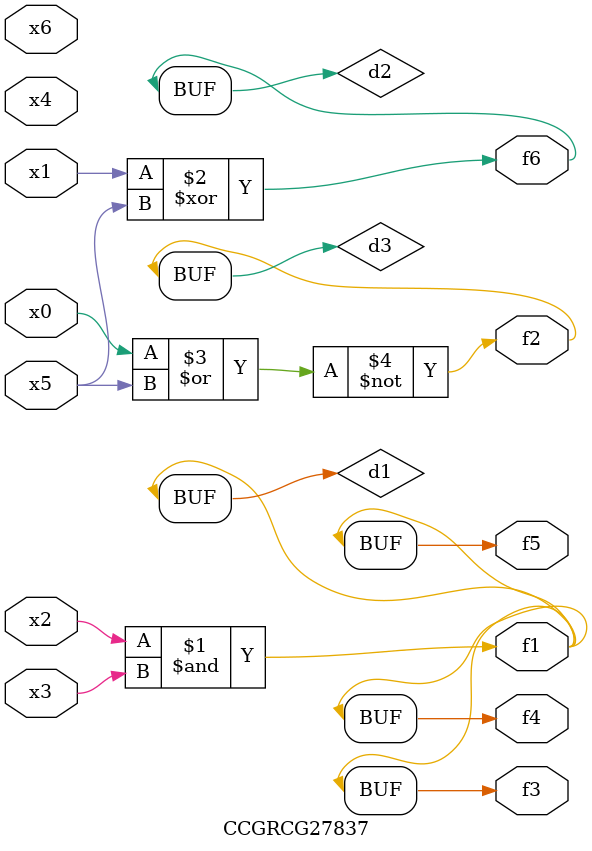
<source format=v>
module CCGRCG27837(
	input x0, x1, x2, x3, x4, x5, x6,
	output f1, f2, f3, f4, f5, f6
);

	wire d1, d2, d3;

	and (d1, x2, x3);
	xor (d2, x1, x5);
	nor (d3, x0, x5);
	assign f1 = d1;
	assign f2 = d3;
	assign f3 = d1;
	assign f4 = d1;
	assign f5 = d1;
	assign f6 = d2;
endmodule

</source>
